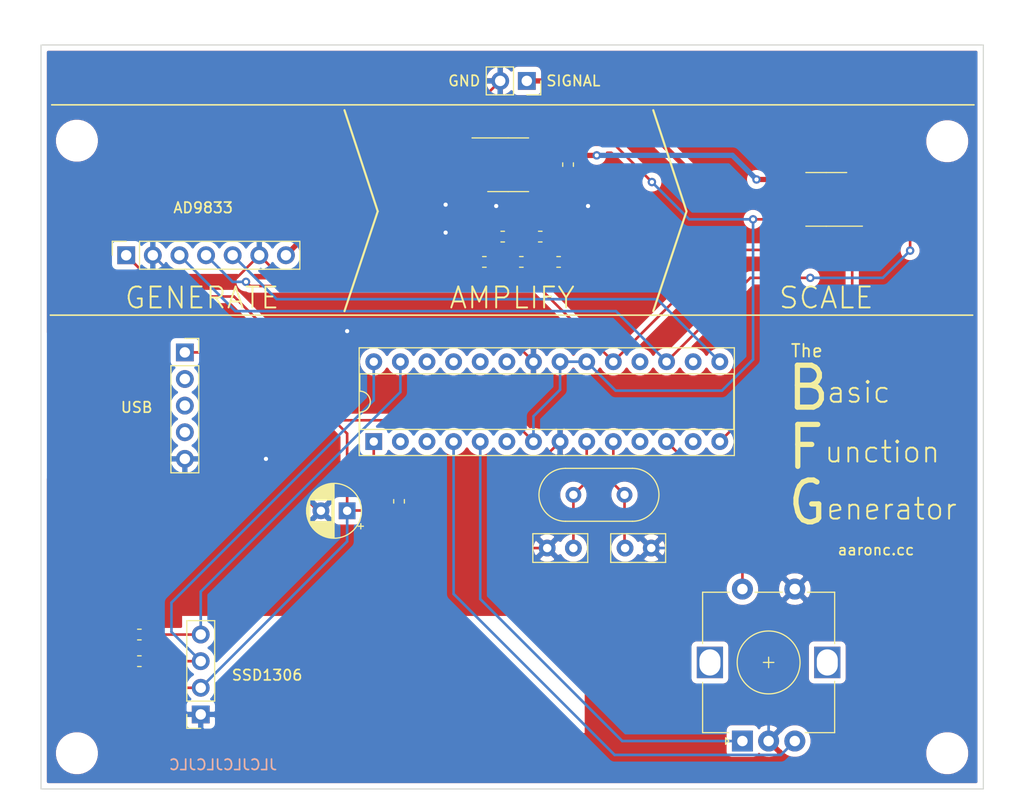
<source format=kicad_pcb>
(kicad_pcb (version 20171130) (host pcbnew 5.1.6)
  (layers (0 F.Cu signal) (31 B.Cu signal) (34 B.Paste user) (35 F.Paste user) (36 B.SilkS user) (37 F.SilkS user) (38 B.Mask user) (39 F.Mask user) (44 Edge.Cuts user))
  (net 0 "")
  (net 1 GND)
  (net 2 VCC)
  (net 3 XTAL1)
  (net 4 XTAL2)
  (net 5 "Net-(J1-Pad4)")
  (net 6 "Net-(J1-Pad3)")
  (net 7 "Net-(J1-Pad2)")
  (net 8 SIG)
  (net 9 SDA)
  (net 10 SCL)
  (net 11 "Net-(R3-Pad2)")
  (net 12 ROTCLK)
  (net 13 ROTDT)
  (net 14 ROTSW)
  (net 15 "Net-(R7-Pad2)")
  (net 16 "Net-(R12-Pad2)")
  (net 17 "Net-(R8-Pad2)")
  (net 18 "Net-(R10-Pad1)")
  (net 19 "Net-(R10-Pad2)")
  (net 20 5VSIG)
  (net 21 POTCS)
  (net 22 "Net-(U1-Pad13)")
  (net 23 "Net-(U1-Pad26)")
  (net 24 "Net-(U1-Pad25)")
  (net 25 "Net-(U1-Pad24)")
  (net 26 "Net-(U1-Pad23)")
  (net 27 SCK)
  (net 28 "Net-(U1-Pad18)")
  (net 29 MOSI)
  (net 30 "Net-(U1-Pad3)")
  (net 31 "Net-(U1-Pad16)")
  (net 32 "Net-(U1-Pad2)")
  (net 33 FGCS)
  (net 34 WEAKSIG)
  (net 35 "Net-(U5-Pad3)")
  (net 36 "Net-(U5-Pad2)")
  (net 37 "Net-(U5-Pad1)")
  (net 38 "Net-(U1-Pad11)")
  (net 39 "Net-(U1-Pad6)")
  (module MountingHole:MountingHole_3mm (layer F.Cu) (at 199.25 78.4)
    (fp_text reference REF** hide)
    (fp_text value MountingHole_3mm)
    (pad 1 np_thru_hole circle (at 0 0) (size 3 3) (drill 3) (layers *.Cu *.Mask))
  )
  (module MountingHole:MountingHole_3mm (layer F.Cu) (at 116.2 78.35)
    (fp_text reference REF** hide)
    (fp_text value MountingHole_3mm)
    (pad 1 np_thru_hole circle (at 0 0) (size 3 3) (drill 3) (layers *.Cu *.Mask))
  )
  (module MountingHole:MountingHole_3mm (layer F.Cu) (at 116.2 136.8)
    (fp_text reference REF** hide)
    (fp_text value MountingHole_3mm)
    (pad 1 np_thru_hole circle (at 0 0) (size 3 3) (drill 3) (layers *.Cu *.Mask))
  )
  (module MountingHole:MountingHole_3mm (layer F.Cu) (at 199.25 136.8)
    (fp_text reference REF** hide)
    (fp_text value MountingHole_3mm)
    (pad 1 np_thru_hole circle (at 0 0) (size 3 3) (drill 3) (layers *.Cu *.Mask))
  )
  (module Rotary_Encoder:RotaryEncoder_Alps_EC12E-Switch_Vertical_H20mm (layer F.Cu) (at 179.705 135.636 90)
    (fp_text reference SW1 hide)
    (fp_text value Rotary_Encoder_Switch)
    (fp_circle (center 7.5 2.5) (end 10.5 2.5) (layer F.SilkS) (width 0.12))
    (fp_line (start 9.3 -3.8) (end 14.2 -3.8) (layer F.SilkS) (width 0.12))
    (fp_line (start 14.2 8.8) (end 9.3 8.8) (layer F.SilkS) (width 0.12))
    (fp_line (start 5.7 8.8) (end 0.8 8.8) (layer F.SilkS) (width 0.12))
    (fp_line (start 0.8 8.8) (end 0.8 6) (layer F.SilkS) (width 0.12))
    (fp_line (start 5.6 -3.8) (end 0.8 -3.8) (layer F.SilkS) (width 0.12))
    (fp_line (start 0.8 -3.8) (end 0.8 -1.3) (layer F.SilkS) (width 0.12))
    (fp_line (start 0 -1.3) (end -0.3 -1.6) (layer F.SilkS) (width 0.12))
    (fp_line (start -0.3 -1.6) (end 0.3 -1.6) (layer F.SilkS) (width 0.12))
    (fp_line (start 0.3 -1.6) (end 0 -1.3) (layer F.SilkS) (width 0.12))
    (fp_line (start 14.2 -3.8) (end 14.2 -1.2) (layer F.SilkS) (width 0.12))
    (fp_line (start 14.2 1.2) (end 14.2 3.8) (layer F.SilkS) (width 0.12))
    (fp_line (start 14.2 6.2) (end 14.2 8.8) (layer F.SilkS) (width 0.12))
    (fp_line (start 7.5 2) (end 7.5 3) (layer F.SilkS) (width 0.12))
    (fp_line (start 7 2.5) (end 8 2.5) (layer F.SilkS) (width 0.12))
    (pad A thru_hole rect (at 0 0 90) (size 2 2) (drill 1) (layers *.Cu *.Mask) (net 12 ROTCLK))
    (pad C thru_hole circle (at 0 2.5 90) (size 2 2) (drill 1) (layers *.Cu *.Mask) (net 1 GND))
    (pad B thru_hole circle (at 0 5 90) (size 2 2) (drill 1) (layers *.Cu *.Mask) (net 13 ROTDT))
    (pad MP thru_hole rect (at 7.5 -3.1 90) (size 3 2.5) (drill oval 2.5 2) (layers *.Cu *.Mask))
    (pad MP thru_hole rect (at 7.5 8.1 90) (size 3 2.5) (drill oval 2.5 2) (layers *.Cu *.Mask))
    (pad S1 thru_hole circle (at 14.5 0 90) (size 2 2) (drill 1) (layers *.Cu *.Mask) (net 14 ROTSW))
    (pad S2 thru_hole circle (at 14.5 5 90) (size 2 2) (drill 1) (layers *.Cu *.Mask) (net 1 GND))
  )
  (module Package_SO:SOIC-8_3.9x4.9mm_P1.27mm (layer F.Cu) (at 187.706 83.947 180)
    (fp_text reference U3 hide)
    (fp_text value MCP4131)
    (fp_line (start 0 -2.56) (end -3.45 -2.56) (layer F.SilkS) (width 0.12))
    (fp_line (start 0 -2.56) (end 1.95 -2.56) (layer F.SilkS) (width 0.12))
    (fp_line (start 0 2.56) (end -1.95 2.56) (layer F.SilkS) (width 0.12))
    (fp_line (start 0 2.56) (end 1.95 2.56) (layer F.SilkS) (width 0.12))
    (pad 8 smd roundrect (at 2.475 -1.905 180) (size 1.95 0.6) (layers F.Cu F.Paste F.Mask) (net 2 VCC))
    (pad 7 smd roundrect (at 2.475 -0.635 180) (size 1.95 0.6) (layers F.Cu F.Paste F.Mask) (net 1 GND))
    (pad 6 smd roundrect (at 2.475 0.635 180) (size 1.95 0.6) (layers F.Cu F.Paste F.Mask) (net 8 SIG))
    (pad 5 smd roundrect (at 2.475 1.905 180) (size 1.95 0.6) (layers F.Cu F.Paste F.Mask) (net 20 5VSIG))
    (pad 4 smd roundrect (at -2.475 1.905 180) (size 1.95 0.6) (layers F.Cu F.Paste F.Mask) (net 1 GND))
    (pad 3 smd roundrect (at -2.475 0.635 180) (size 1.95 0.6) (layers F.Cu F.Paste F.Mask) (net 29 MOSI))
    (pad 2 smd roundrect (at -2.475 -0.635 180) (size 1.95 0.6) (layers F.Cu F.Paste F.Mask) (net 27 SCK))
    (pad 1 smd roundrect (at -2.475 -1.905 180) (size 1.95 0.6) (layers F.Cu F.Paste F.Mask) (net 21 POTCS))
  )
  (module Capacitor_THT:CP_Radial_D5.0mm_P2.50mm (layer F.Cu) (at 141.986 113.665 180)
    (fp_text reference C1 hide)
    (fp_text value 10uF)
    (fp_line (start -1.304775 -1.725) (end -1.304775 -1.225) (layer F.SilkS) (width 0.12))
    (fp_line (start -1.554775 -1.475) (end -1.054775 -1.475) (layer F.SilkS) (width 0.12))
    (fp_line (start 3.851 -0.284) (end 3.851 0.284) (layer F.SilkS) (width 0.12))
    (fp_line (start 3.811 -0.518) (end 3.811 0.518) (layer F.SilkS) (width 0.12))
    (fp_line (start 3.771 -0.677) (end 3.771 0.677) (layer F.SilkS) (width 0.12))
    (fp_line (start 3.731 -0.805) (end 3.731 0.805) (layer F.SilkS) (width 0.12))
    (fp_line (start 3.691 -0.915) (end 3.691 0.915) (layer F.SilkS) (width 0.12))
    (fp_line (start 3.651 -1.011) (end 3.651 1.011) (layer F.SilkS) (width 0.12))
    (fp_line (start 3.611 -1.098) (end 3.611 1.098) (layer F.SilkS) (width 0.12))
    (fp_line (start 3.571 -1.178) (end 3.571 1.178) (layer F.SilkS) (width 0.12))
    (fp_line (start 3.531 1.04) (end 3.531 1.251) (layer F.SilkS) (width 0.12))
    (fp_line (start 3.531 -1.251) (end 3.531 -1.04) (layer F.SilkS) (width 0.12))
    (fp_line (start 3.491 1.04) (end 3.491 1.319) (layer F.SilkS) (width 0.12))
    (fp_line (start 3.491 -1.319) (end 3.491 -1.04) (layer F.SilkS) (width 0.12))
    (fp_line (start 3.451 1.04) (end 3.451 1.383) (layer F.SilkS) (width 0.12))
    (fp_line (start 3.451 -1.383) (end 3.451 -1.04) (layer F.SilkS) (width 0.12))
    (fp_line (start 3.411 1.04) (end 3.411 1.443) (layer F.SilkS) (width 0.12))
    (fp_line (start 3.411 -1.443) (end 3.411 -1.04) (layer F.SilkS) (width 0.12))
    (fp_line (start 3.371 1.04) (end 3.371 1.5) (layer F.SilkS) (width 0.12))
    (fp_line (start 3.371 -1.5) (end 3.371 -1.04) (layer F.SilkS) (width 0.12))
    (fp_line (start 3.331 1.04) (end 3.331 1.554) (layer F.SilkS) (width 0.12))
    (fp_line (start 3.331 -1.554) (end 3.331 -1.04) (layer F.SilkS) (width 0.12))
    (fp_line (start 3.291 1.04) (end 3.291 1.605) (layer F.SilkS) (width 0.12))
    (fp_line (start 3.291 -1.605) (end 3.291 -1.04) (layer F.SilkS) (width 0.12))
    (fp_line (start 3.251 1.04) (end 3.251 1.653) (layer F.SilkS) (width 0.12))
    (fp_line (start 3.251 -1.653) (end 3.251 -1.04) (layer F.SilkS) (width 0.12))
    (fp_line (start 3.211 1.04) (end 3.211 1.699) (layer F.SilkS) (width 0.12))
    (fp_line (start 3.211 -1.699) (end 3.211 -1.04) (layer F.SilkS) (width 0.12))
    (fp_line (start 3.171 1.04) (end 3.171 1.743) (layer F.SilkS) (width 0.12))
    (fp_line (start 3.171 -1.743) (end 3.171 -1.04) (layer F.SilkS) (width 0.12))
    (fp_line (start 3.131 1.04) (end 3.131 1.785) (layer F.SilkS) (width 0.12))
    (fp_line (start 3.131 -1.785) (end 3.131 -1.04) (layer F.SilkS) (width 0.12))
    (fp_line (start 3.091 1.04) (end 3.091 1.826) (layer F.SilkS) (width 0.12))
    (fp_line (start 3.091 -1.826) (end 3.091 -1.04) (layer F.SilkS) (width 0.12))
    (fp_line (start 3.051 1.04) (end 3.051 1.864) (layer F.SilkS) (width 0.12))
    (fp_line (start 3.051 -1.864) (end 3.051 -1.04) (layer F.SilkS) (width 0.12))
    (fp_line (start 3.011 1.04) (end 3.011 1.901) (layer F.SilkS) (width 0.12))
    (fp_line (start 3.011 -1.901) (end 3.011 -1.04) (layer F.SilkS) (width 0.12))
    (fp_line (start 2.971 1.04) (end 2.971 1.937) (layer F.SilkS) (width 0.12))
    (fp_line (start 2.971 -1.937) (end 2.971 -1.04) (layer F.SilkS) (width 0.12))
    (fp_line (start 2.931 1.04) (end 2.931 1.971) (layer F.SilkS) (width 0.12))
    (fp_line (start 2.931 -1.971) (end 2.931 -1.04) (layer F.SilkS) (width 0.12))
    (fp_line (start 2.891 1.04) (end 2.891 2.004) (layer F.SilkS) (width 0.12))
    (fp_line (start 2.891 -2.004) (end 2.891 -1.04) (layer F.SilkS) (width 0.12))
    (fp_line (start 2.851 1.04) (end 2.851 2.035) (layer F.SilkS) (width 0.12))
    (fp_line (start 2.851 -2.035) (end 2.851 -1.04) (layer F.SilkS) (width 0.12))
    (fp_line (start 2.811 1.04) (end 2.811 2.065) (layer F.SilkS) (width 0.12))
    (fp_line (start 2.811 -2.065) (end 2.811 -1.04) (layer F.SilkS) (width 0.12))
    (fp_line (start 2.771 1.04) (end 2.771 2.095) (layer F.SilkS) (width 0.12))
    (fp_line (start 2.771 -2.095) (end 2.771 -1.04) (layer F.SilkS) (width 0.12))
    (fp_line (start 2.731 1.04) (end 2.731 2.122) (layer F.SilkS) (width 0.12))
    (fp_line (start 2.731 -2.122) (end 2.731 -1.04) (layer F.SilkS) (width 0.12))
    (fp_line (start 2.691 1.04) (end 2.691 2.149) (layer F.SilkS) (width 0.12))
    (fp_line (start 2.691 -2.149) (end 2.691 -1.04) (layer F.SilkS) (width 0.12))
    (fp_line (start 2.651 1.04) (end 2.651 2.175) (layer F.SilkS) (width 0.12))
    (fp_line (start 2.651 -2.175) (end 2.651 -1.04) (layer F.SilkS) (width 0.12))
    (fp_line (start 2.611 1.04) (end 2.611 2.2) (layer F.SilkS) (width 0.12))
    (fp_line (start 2.611 -2.2) (end 2.611 -1.04) (layer F.SilkS) (width 0.12))
    (fp_line (start 2.571 1.04) (end 2.571 2.224) (layer F.SilkS) (width 0.12))
    (fp_line (start 2.571 -2.224) (end 2.571 -1.04) (layer F.SilkS) (width 0.12))
    (fp_line (start 2.531 1.04) (end 2.531 2.247) (layer F.SilkS) (width 0.12))
    (fp_line (start 2.531 -2.247) (end 2.531 -1.04) (layer F.SilkS) (width 0.12))
    (fp_line (start 2.491 1.04) (end 2.491 2.268) (layer F.SilkS) (width 0.12))
    (fp_line (start 2.491 -2.268) (end 2.491 -1.04) (layer F.SilkS) (width 0.12))
    (fp_line (start 2.451 1.04) (end 2.451 2.29) (layer F.SilkS) (width 0.12))
    (fp_line (start 2.451 -2.29) (end 2.451 -1.04) (layer F.SilkS) (width 0.12))
    (fp_line (start 2.411 1.04) (end 2.411 2.31) (layer F.SilkS) (width 0.12))
    (fp_line (start 2.411 -2.31) (end 2.411 -1.04) (layer F.SilkS) (width 0.12))
    (fp_line (start 2.371 1.04) (end 2.371 2.329) (layer F.SilkS) (width 0.12))
    (fp_line (start 2.371 -2.329) (end 2.371 -1.04) (layer F.SilkS) (width 0.12))
    (fp_line (start 2.331 1.04) (end 2.331 2.348) (layer F.SilkS) (width 0.12))
    (fp_line (start 2.331 -2.348) (end 2.331 -1.04) (layer F.SilkS) (width 0.12))
    (fp_line (start 2.291 1.04) (end 2.291 2.365) (layer F.SilkS) (width 0.12))
    (fp_line (start 2.291 -2.365) (end 2.291 -1.04) (layer F.SilkS) (width 0.12))
    (fp_line (start 2.251 1.04) (end 2.251 2.382) (layer F.SilkS) (width 0.12))
    (fp_line (start 2.251 -2.382) (end 2.251 -1.04) (layer F.SilkS) (width 0.12))
    (fp_line (start 2.211 1.04) (end 2.211 2.398) (layer F.SilkS) (width 0.12))
    (fp_line (start 2.211 -2.398) (end 2.211 -1.04) (layer F.SilkS) (width 0.12))
    (fp_line (start 2.171 1.04) (end 2.171 2.414) (layer F.SilkS) (width 0.12))
    (fp_line (start 2.171 -2.414) (end 2.171 -1.04) (layer F.SilkS) (width 0.12))
    (fp_line (start 2.131 1.04) (end 2.131 2.428) (layer F.SilkS) (width 0.12))
    (fp_line (start 2.131 -2.428) (end 2.131 -1.04) (layer F.SilkS) (width 0.12))
    (fp_line (start 2.091 1.04) (end 2.091 2.442) (layer F.SilkS) (width 0.12))
    (fp_line (start 2.091 -2.442) (end 2.091 -1.04) (layer F.SilkS) (width 0.12))
    (fp_line (start 2.051 1.04) (end 2.051 2.455) (layer F.SilkS) (width 0.12))
    (fp_line (start 2.051 -2.455) (end 2.051 -1.04) (layer F.SilkS) (width 0.12))
    (fp_line (start 2.011 1.04) (end 2.011 2.468) (layer F.SilkS) (width 0.12))
    (fp_line (start 2.011 -2.468) (end 2.011 -1.04) (layer F.SilkS) (width 0.12))
    (fp_line (start 1.971 1.04) (end 1.971 2.48) (layer F.SilkS) (width 0.12))
    (fp_line (start 1.971 -2.48) (end 1.971 -1.04) (layer F.SilkS) (width 0.12))
    (fp_line (start 1.93 1.04) (end 1.93 2.491) (layer F.SilkS) (width 0.12))
    (fp_line (start 1.93 -2.491) (end 1.93 -1.04) (layer F.SilkS) (width 0.12))
    (fp_line (start 1.89 1.04) (end 1.89 2.501) (layer F.SilkS) (width 0.12))
    (fp_line (start 1.89 -2.501) (end 1.89 -1.04) (layer F.SilkS) (width 0.12))
    (fp_line (start 1.85 1.04) (end 1.85 2.511) (layer F.SilkS) (width 0.12))
    (fp_line (start 1.85 -2.511) (end 1.85 -1.04) (layer F.SilkS) (width 0.12))
    (fp_line (start 1.81 1.04) (end 1.81 2.52) (layer F.SilkS) (width 0.12))
    (fp_line (start 1.81 -2.52) (end 1.81 -1.04) (layer F.SilkS) (width 0.12))
    (fp_line (start 1.77 1.04) (end 1.77 2.528) (layer F.SilkS) (width 0.12))
    (fp_line (start 1.77 -2.528) (end 1.77 -1.04) (layer F.SilkS) (width 0.12))
    (fp_line (start 1.73 1.04) (end 1.73 2.536) (layer F.SilkS) (width 0.12))
    (fp_line (start 1.73 -2.536) (end 1.73 -1.04) (layer F.SilkS) (width 0.12))
    (fp_line (start 1.69 1.04) (end 1.69 2.543) (layer F.SilkS) (width 0.12))
    (fp_line (start 1.69 -2.543) (end 1.69 -1.04) (layer F.SilkS) (width 0.12))
    (fp_line (start 1.65 1.04) (end 1.65 2.55) (layer F.SilkS) (width 0.12))
    (fp_line (start 1.65 -2.55) (end 1.65 -1.04) (layer F.SilkS) (width 0.12))
    (fp_line (start 1.61 1.04) (end 1.61 2.556) (layer F.SilkS) (width 0.12))
    (fp_line (start 1.61 -2.556) (end 1.61 -1.04) (layer F.SilkS) (width 0.12))
    (fp_line (start 1.57 1.04) (end 1.57 2.561) (layer F.SilkS) (width 0.12))
    (fp_line (start 1.57 -2.561) (end 1.57 -1.04) (layer F.SilkS) (width 0.12))
    (fp_line (start 1.53 1.04) (end 1.53 2.565) (layer F.SilkS) (width 0.12))
    (fp_line (start 1.53 -2.565) (end 1.53 -1.04) (layer F.SilkS) (width 0.12))
    (fp_line (start 1.49 1.04) (end 1.49 2.569) (layer F.SilkS) (width 0.12))
    (fp_line (start 1.49 -2.569) (end 1.49 -1.04) (layer F.SilkS) (width 0.12))
    (fp_line (start 1.45 -2.573) (end 1.45 2.573) (layer F.SilkS) (width 0.12))
    (fp_line (start 1.41 -2.576) (end 1.41 2.576) (layer F.SilkS) (width 0.12))
    (fp_line (start 1.37 -2.578) (end 1.37 2.578) (layer F.SilkS) (width 0.12))
    (fp_line (start 1.33 -2.579) (end 1.33 2.579) (layer F.SilkS) (width 0.12))
    (fp_line (start 1.29 -2.58) (end 1.29 2.58) (layer F.SilkS) (width 0.12))
    (fp_line (start 1.25 -2.58) (end 1.25 2.58) (layer F.SilkS) (width 0.12))
    (fp_circle (center 1.25 0) (end 3.87 0) (layer F.SilkS) (width 0.12))
    (pad 2 thru_hole circle (at 2.5 0 180) (size 1.6 1.6) (drill 0.8) (layers *.Cu *.Mask) (net 1 GND))
    (pad 1 thru_hole rect (at 0 0 180) (size 1.6 1.6) (drill 0.8) (layers *.Cu *.Mask) (net 2 VCC))
  )
  (module Crystal:Crystal_HC49-4H_Vertical (layer F.Cu) (at 163.576 112.141)
    (fp_text reference Y1 hide)
    (fp_text value 16MHz)
    (fp_line (start -0.76 2.525) (end 5.64 2.525) (layer F.SilkS) (width 0.12))
    (fp_line (start -0.76 -2.525) (end 5.64 -2.525) (layer F.SilkS) (width 0.12))
    (fp_arc (start 5.64 0) (end 5.64 -2.525) (angle 180) (layer F.SilkS) (width 0.12))
    (fp_arc (start -0.76 0) (end -0.76 -2.525) (angle -180) (layer F.SilkS) (width 0.12))
    (pad 2 thru_hole circle (at 4.88 0) (size 1.5 1.5) (drill 0.8) (layers *.Cu *.Mask) (net 4 XTAL2))
    (pad 1 thru_hole circle (at 0 0) (size 1.5 1.5) (drill 0.8) (layers *.Cu *.Mask) (net 3 XTAL1))
  )
  (module Package_SO:SOIC-8_3.9x4.9mm_P1.27mm (layer F.Cu) (at 157.353 80.645)
    (fp_text reference U5 hide)
    (fp_text value AD8052)
    (fp_line (start 0 -2.56) (end -3.45 -2.56) (layer F.SilkS) (width 0.12))
    (fp_line (start 0 -2.56) (end 1.95 -2.56) (layer F.SilkS) (width 0.12))
    (fp_line (start 0 2.56) (end -1.95 2.56) (layer F.SilkS) (width 0.12))
    (fp_line (start 0 2.56) (end 1.95 2.56) (layer F.SilkS) (width 0.12))
    (pad 8 smd roundrect (at 2.475 -1.905) (size 1.95 0.6) (layers F.Cu F.Paste F.Mask) (net 2 VCC))
    (pad 7 smd roundrect (at 2.475 -0.635) (size 1.95 0.6) (layers F.Cu F.Paste F.Mask) (net 20 5VSIG))
    (pad 6 smd roundrect (at 2.475 0.635) (size 1.95 0.6) (layers F.Cu F.Paste F.Mask) (net 16 "Net-(R12-Pad2)"))
    (pad 5 smd roundrect (at 2.475 1.905) (size 1.95 0.6) (layers F.Cu F.Paste F.Mask) (net 34 WEAKSIG))
    (pad 4 smd roundrect (at -2.475 1.905) (size 1.95 0.6) (layers F.Cu F.Paste F.Mask) (net 1 GND))
    (pad 3 smd roundrect (at -2.475 0.635) (size 1.95 0.6) (layers F.Cu F.Paste F.Mask) (net 35 "Net-(U5-Pad3)"))
    (pad 2 smd roundrect (at -2.475 -0.635) (size 1.95 0.6) (layers F.Cu F.Paste F.Mask) (net 36 "Net-(U5-Pad2)"))
    (pad 1 smd roundrect (at -2.475 -1.905) (size 1.95 0.6) (layers F.Cu F.Paste F.Mask) (net 37 "Net-(U5-Pad1)"))
  )
  (module Connector_PinSocket_2.54mm:PinSocket_1x07_P2.54mm_Vertical (layer F.Cu) (at 120.904 89.281 90)
    (fp_text reference U4 hide)
    (fp_text value AD9833_Breakout)
    (fp_line (start 0 -1.33) (end 1.33 -1.33) (layer F.SilkS) (width 0.12))
    (fp_line (start 1.33 -1.33) (end 1.33 0) (layer F.SilkS) (width 0.12))
    (fp_line (start 1.33 1.27) (end 1.33 16.57) (layer F.SilkS) (width 0.12))
    (fp_line (start -1.33 16.57) (end 1.33 16.57) (layer F.SilkS) (width 0.12))
    (fp_line (start -1.33 1.27) (end -1.33 16.57) (layer F.SilkS) (width 0.12))
    (fp_line (start -1.33 1.27) (end 1.33 1.27) (layer F.SilkS) (width 0.12))
    (pad 7 thru_hole oval (at 0 15.24 90) (size 1.7 1.7) (drill 1) (layers *.Cu *.Mask) (net 34 WEAKSIG))
    (pad 6 thru_hole oval (at 0 12.7 90) (size 1.7 1.7) (drill 1) (layers *.Cu *.Mask) (net 1 GND))
    (pad 5 thru_hole oval (at 0 10.16 90) (size 1.7 1.7) (drill 1) (layers *.Cu *.Mask) (net 33 FGCS))
    (pad 4 thru_hole oval (at 0 7.62 90) (size 1.7 1.7) (drill 1) (layers *.Cu *.Mask) (net 27 SCK))
    (pad 3 thru_hole oval (at 0 5.08 90) (size 1.7 1.7) (drill 1) (layers *.Cu *.Mask) (net 29 MOSI))
    (pad 2 thru_hole oval (at 0 2.54 90) (size 1.7 1.7) (drill 1) (layers *.Cu *.Mask) (net 1 GND))
    (pad 1 thru_hole rect (at 0 0 90) (size 1.7 1.7) (drill 1) (layers *.Cu *.Mask) (net 2 VCC))
  )
  (module Connector_PinSocket_2.54mm:PinSocket_1x04_P2.54mm_Vertical (layer F.Cu) (at 128.016 133.096 180)
    (fp_text reference U2 hide)
    (fp_text value SSD1306_128x32)
    (fp_line (start 0 -1.33) (end 1.33 -1.33) (layer F.SilkS) (width 0.12))
    (fp_line (start 1.33 -1.33) (end 1.33 0) (layer F.SilkS) (width 0.12))
    (fp_line (start 1.33 1.27) (end 1.33 8.95) (layer F.SilkS) (width 0.12))
    (fp_line (start -1.33 8.95) (end 1.33 8.95) (layer F.SilkS) (width 0.12))
    (fp_line (start -1.33 1.27) (end -1.33 8.95) (layer F.SilkS) (width 0.12))
    (fp_line (start -1.33 1.27) (end 1.33 1.27) (layer F.SilkS) (width 0.12))
    (pad 4 thru_hole oval (at 0 7.62 180) (size 1.7 1.7) (drill 1) (layers *.Cu *.Mask) (net 9 SDA))
    (pad 3 thru_hole oval (at 0 5.08 180) (size 1.7 1.7) (drill 1) (layers *.Cu *.Mask) (net 10 SCL))
    (pad 2 thru_hole oval (at 0 2.54 180) (size 1.7 1.7) (drill 1) (layers *.Cu *.Mask) (net 2 VCC))
    (pad 1 thru_hole rect (at 0 0 180) (size 1.7 1.7) (drill 1) (layers *.Cu *.Mask) (net 1 GND))
  )
  (module Package_DIP:DIP-28_W7.62mm_Socket (layer F.Cu) (at 144.526 107.061 90)
    (fp_text reference U1 hide)
    (fp_text value ATmega328P-PU)
    (fp_line (start 8.95 -1.39) (end -1.33 -1.39) (layer F.SilkS) (width 0.12))
    (fp_line (start 8.95 34.41) (end 8.95 -1.39) (layer F.SilkS) (width 0.12))
    (fp_line (start -1.33 34.41) (end 8.95 34.41) (layer F.SilkS) (width 0.12))
    (fp_line (start -1.33 -1.39) (end -1.33 34.41) (layer F.SilkS) (width 0.12))
    (fp_line (start 6.46 -1.33) (end 4.81 -1.33) (layer F.SilkS) (width 0.12))
    (fp_line (start 6.46 34.35) (end 6.46 -1.33) (layer F.SilkS) (width 0.12))
    (fp_line (start 1.16 34.35) (end 6.46 34.35) (layer F.SilkS) (width 0.12))
    (fp_line (start 1.16 -1.33) (end 1.16 34.35) (layer F.SilkS) (width 0.12))
    (fp_line (start 2.81 -1.33) (end 1.16 -1.33) (layer F.SilkS) (width 0.12))
    (fp_arc (start 3.81 -1.33) (end 2.81 -1.33) (angle -180) (layer F.SilkS) (width 0.12))
    (pad 28 thru_hole oval (at 7.62 0 90) (size 1.6 1.6) (drill 0.8) (layers *.Cu *.Mask) (net 10 SCL))
    (pad 14 thru_hole oval (at 0 33.02 90) (size 1.6 1.6) (drill 0.8) (layers *.Cu *.Mask) (net 21 POTCS))
    (pad 27 thru_hole oval (at 7.62 2.54 90) (size 1.6 1.6) (drill 0.8) (layers *.Cu *.Mask) (net 9 SDA))
    (pad 13 thru_hole oval (at 0 30.48 90) (size 1.6 1.6) (drill 0.8) (layers *.Cu *.Mask) (net 22 "Net-(U1-Pad13)"))
    (pad 26 thru_hole oval (at 7.62 5.08 90) (size 1.6 1.6) (drill 0.8) (layers *.Cu *.Mask) (net 23 "Net-(U1-Pad26)"))
    (pad 12 thru_hole oval (at 0 27.94 90) (size 1.6 1.6) (drill 0.8) (layers *.Cu *.Mask) (net 14 ROTSW))
    (pad 25 thru_hole oval (at 7.62 7.62 90) (size 1.6 1.6) (drill 0.8) (layers *.Cu *.Mask) (net 24 "Net-(U1-Pad25)"))
    (pad 11 thru_hole oval (at 0 25.4 90) (size 1.6 1.6) (drill 0.8) (layers *.Cu *.Mask) (net 38 "Net-(U1-Pad11)"))
    (pad 24 thru_hole oval (at 7.62 10.16 90) (size 1.6 1.6) (drill 0.8) (layers *.Cu *.Mask) (net 25 "Net-(U1-Pad24)"))
    (pad 10 thru_hole oval (at 0 22.86 90) (size 1.6 1.6) (drill 0.8) (layers *.Cu *.Mask) (net 4 XTAL2))
    (pad 23 thru_hole oval (at 7.62 12.7 90) (size 1.6 1.6) (drill 0.8) (layers *.Cu *.Mask) (net 26 "Net-(U1-Pad23)"))
    (pad 9 thru_hole oval (at 0 20.32 90) (size 1.6 1.6) (drill 0.8) (layers *.Cu *.Mask) (net 3 XTAL1))
    (pad 22 thru_hole oval (at 7.62 15.24 90) (size 1.6 1.6) (drill 0.8) (layers *.Cu *.Mask) (net 1 GND))
    (pad 8 thru_hole oval (at 0 17.78 90) (size 1.6 1.6) (drill 0.8) (layers *.Cu *.Mask) (net 1 GND))
    (pad 21 thru_hole oval (at 7.62 17.78 90) (size 1.6 1.6) (drill 0.8) (layers *.Cu *.Mask) (net 2 VCC))
    (pad 7 thru_hole oval (at 0 15.24 90) (size 1.6 1.6) (drill 0.8) (layers *.Cu *.Mask) (net 2 VCC))
    (pad 20 thru_hole oval (at 7.62 20.32 90) (size 1.6 1.6) (drill 0.8) (layers *.Cu *.Mask) (net 2 VCC))
    (pad 6 thru_hole oval (at 0 12.7 90) (size 1.6 1.6) (drill 0.8) (layers *.Cu *.Mask) (net 39 "Net-(U1-Pad6)"))
    (pad 19 thru_hole oval (at 7.62 22.86 90) (size 1.6 1.6) (drill 0.8) (layers *.Cu *.Mask) (net 27 SCK))
    (pad 5 thru_hole oval (at 0 10.16 90) (size 1.6 1.6) (drill 0.8) (layers *.Cu *.Mask) (net 12 ROTCLK))
    (pad 18 thru_hole oval (at 7.62 25.4 90) (size 1.6 1.6) (drill 0.8) (layers *.Cu *.Mask) (net 28 "Net-(U1-Pad18)"))
    (pad 4 thru_hole oval (at 0 7.62 90) (size 1.6 1.6) (drill 0.8) (layers *.Cu *.Mask) (net 13 ROTDT))
    (pad 17 thru_hole oval (at 7.62 27.94 90) (size 1.6 1.6) (drill 0.8) (layers *.Cu *.Mask) (net 29 MOSI))
    (pad 3 thru_hole oval (at 0 5.08 90) (size 1.6 1.6) (drill 0.8) (layers *.Cu *.Mask) (net 30 "Net-(U1-Pad3)"))
    (pad 16 thru_hole oval (at 7.62 30.48 90) (size 1.6 1.6) (drill 0.8) (layers *.Cu *.Mask) (net 31 "Net-(U1-Pad16)"))
    (pad 2 thru_hole oval (at 0 2.54 90) (size 1.6 1.6) (drill 0.8) (layers *.Cu *.Mask) (net 32 "Net-(U1-Pad2)"))
    (pad 15 thru_hole oval (at 7.62 33.02 90) (size 1.6 1.6) (drill 0.8) (layers *.Cu *.Mask) (net 33 FGCS))
    (pad 1 thru_hole rect (at 0 0 90) (size 1.6 1.6) (drill 0.8) (layers *.Cu *.Mask) (net 11 "Net-(R3-Pad2)"))
  )
  (module Resistor_SMD:R_0603_1608Metric_Pad1.05x0.95mm_HandSolder (layer F.Cu) (at 163.068 80.631 270)
    (fp_text reference R12 hide)
    (fp_text value 4.7k)
    (fp_line (start -0.171267 0.51) (end 0.171267 0.51) (layer F.SilkS) (width 0.12))
    (fp_line (start -0.171267 -0.51) (end 0.171267 -0.51) (layer F.SilkS) (width 0.12))
    (pad 2 smd roundrect (at 0.875 0 270) (size 1.05 0.95) (layers F.Cu F.Paste F.Mask) (net 16 "Net-(R12-Pad2)"))
    (pad 1 smd roundrect (at -0.875 0 270) (size 1.05 0.95) (layers F.Cu F.Paste F.Mask) (net 20 5VSIG))
  )
  (module Resistor_SMD:R_0603_1608Metric_Pad1.05x0.95mm_HandSolder (layer F.Cu) (at 155.081 89.916 180)
    (fp_text reference R11 hide)
    (fp_text value 4.7)
    (fp_line (start -0.171267 0.51) (end 0.171267 0.51) (layer F.SilkS) (width 0.12))
    (fp_line (start -0.171267 -0.51) (end 0.171267 -0.51) (layer F.SilkS) (width 0.12))
    (pad 2 smd roundrect (at 0.875 0 180) (size 1.05 0.95) (layers F.Cu F.Paste F.Mask) (net 1 GND))
    (pad 1 smd roundrect (at -0.875 0 180) (size 1.05 0.95) (layers F.Cu F.Paste F.Mask) (net 19 "Net-(R10-Pad2)"))
  )
  (module Resistor_SMD:R_0603_1608Metric_Pad1.05x0.95mm_HandSolder (layer F.Cu) (at 156.831 87.503 180)
    (fp_text reference R10 hide)
    (fp_text value 4.7)
    (fp_line (start -0.171267 0.51) (end 0.171267 0.51) (layer F.SilkS) (width 0.12))
    (fp_line (start -0.171267 -0.51) (end 0.171267 -0.51) (layer F.SilkS) (width 0.12))
    (pad 2 smd roundrect (at 0.875 0 180) (size 1.05 0.95) (layers F.Cu F.Paste F.Mask) (net 19 "Net-(R10-Pad2)"))
    (pad 1 smd roundrect (at -0.875 0 180) (size 1.05 0.95) (layers F.Cu F.Paste F.Mask) (net 18 "Net-(R10-Pad1)"))
  )
  (module Resistor_SMD:R_0603_1608Metric_Pad1.05x0.95mm_HandSolder (layer F.Cu) (at 158.609 89.916 180)
    (fp_text reference R9 hide)
    (fp_text value 4.7)
    (fp_line (start -0.171267 0.51) (end 0.171267 0.51) (layer F.SilkS) (width 0.12))
    (fp_line (start -0.171267 -0.51) (end 0.171267 -0.51) (layer F.SilkS) (width 0.12))
    (pad 2 smd roundrect (at 0.875 0 180) (size 1.05 0.95) (layers F.Cu F.Paste F.Mask) (net 18 "Net-(R10-Pad1)"))
    (pad 1 smd roundrect (at -0.875 0 180) (size 1.05 0.95) (layers F.Cu F.Paste F.Mask) (net 17 "Net-(R8-Pad2)"))
  )
  (module Resistor_SMD:R_0603_1608Metric_Pad1.05x0.95mm_HandSolder (layer F.Cu) (at 160.415 87.503 180)
    (fp_text reference R8 hide)
    (fp_text value 10)
    (fp_line (start -0.171267 0.51) (end 0.171267 0.51) (layer F.SilkS) (width 0.12))
    (fp_line (start -0.171267 -0.51) (end 0.171267 -0.51) (layer F.SilkS) (width 0.12))
    (pad 2 smd roundrect (at 0.875 0 180) (size 1.05 0.95) (layers F.Cu F.Paste F.Mask) (net 17 "Net-(R8-Pad2)"))
    (pad 1 smd roundrect (at -0.875 0 180) (size 1.05 0.95) (layers F.Cu F.Paste F.Mask) (net 15 "Net-(R7-Pad2)"))
  )
  (module Resistor_SMD:R_0603_1608Metric_Pad1.05x0.95mm_HandSolder (layer F.Cu) (at 162.165 89.916 180)
    (fp_text reference R7 hide)
    (fp_text value 680)
    (fp_line (start -0.171267 0.51) (end 0.171267 0.51) (layer F.SilkS) (width 0.12))
    (fp_line (start -0.171267 -0.51) (end 0.171267 -0.51) (layer F.SilkS) (width 0.12))
    (pad 2 smd roundrect (at 0.875 0 180) (size 1.05 0.95) (layers F.Cu F.Paste F.Mask) (net 15 "Net-(R7-Pad2)"))
    (pad 1 smd roundrect (at -0.875 0 180) (size 1.05 0.95) (layers F.Cu F.Paste F.Mask) (net 16 "Net-(R12-Pad2)"))
  )
  (module Resistor_SMD:R_0603_1608Metric_Pad1.05x0.95mm_HandSolder (layer F.Cu) (at 146.939 112.762 90)
    (fp_text reference R3 hide)
    (fp_text value 4.7k)
    (fp_line (start -0.171267 0.51) (end 0.171267 0.51) (layer F.SilkS) (width 0.12))
    (fp_line (start -0.171267 -0.51) (end 0.171267 -0.51) (layer F.SilkS) (width 0.12))
    (pad 2 smd roundrect (at 0.875 0 90) (size 1.05 0.95) (layers F.Cu F.Paste F.Mask) (net 11 "Net-(R3-Pad2)"))
    (pad 1 smd roundrect (at -0.875 0 90) (size 1.05 0.95) (layers F.Cu F.Paste F.Mask) (net 2 VCC))
  )
  (module Resistor_SMD:R_0603_1608Metric_Pad1.05x0.95mm_HandSolder (layer F.Cu) (at 122.16 128.016)
    (fp_text reference R2 hide)
    (fp_text value 4.7k)
    (fp_line (start -0.171267 -0.51) (end 0.171267 -0.51) (layer F.SilkS) (width 0.12))
    (fp_line (start -0.171267 0.51) (end 0.171267 0.51) (layer F.SilkS) (width 0.12))
    (pad 1 smd roundrect (at -0.875 0) (size 1.05 0.95) (layers F.Cu F.Paste F.Mask) (net 2 VCC))
    (pad 2 smd roundrect (at 0.875 0) (size 1.05 0.95) (layers F.Cu F.Paste F.Mask) (net 10 SCL))
  )
  (module Resistor_SMD:R_0603_1608Metric_Pad1.05x0.95mm_HandSolder (layer F.Cu) (at 122.16 125.476)
    (fp_text reference R1 hide)
    (fp_text value 4.7k)
    (fp_line (start -0.171267 0.51) (end 0.171267 0.51) (layer F.SilkS) (width 0.12))
    (fp_line (start -0.171267 -0.51) (end 0.171267 -0.51) (layer F.SilkS) (width 0.12))
    (pad 2 smd roundrect (at 0.875 0) (size 1.05 0.95) (layers F.Cu F.Paste F.Mask) (net 9 SDA))
    (pad 1 smd roundrect (at -0.875 0) (size 1.05 0.95) (layers F.Cu F.Paste F.Mask) (net 2 VCC))
  )
  (module Connector_PinSocket_2.54mm:PinSocket_1x02_P2.54mm_Vertical (layer F.Cu) (at 159.131 72.644 270)
    (fp_text reference J2 hide)
    (fp_text value Conn_01x02_Female)
    (fp_line (start 0 -1.33) (end 1.33 -1.33) (layer F.SilkS) (width 0.12))
    (fp_line (start 1.33 -1.33) (end 1.33 0) (layer F.SilkS) (width 0.12))
    (fp_line (start 1.33 1.27) (end 1.33 3.87) (layer F.SilkS) (width 0.12))
    (fp_line (start -1.33 3.87) (end 1.33 3.87) (layer F.SilkS) (width 0.12))
    (fp_line (start -1.33 1.27) (end -1.33 3.87) (layer F.SilkS) (width 0.12))
    (fp_line (start -1.33 1.27) (end 1.33 1.27) (layer F.SilkS) (width 0.12))
    (pad 2 thru_hole oval (at 0 2.54 270) (size 1.7 1.7) (drill 1) (layers *.Cu *.Mask) (net 1 GND))
    (pad 1 thru_hole rect (at 0 0 270) (size 1.7 1.7) (drill 1) (layers *.Cu *.Mask) (net 8 SIG))
  )
  (module Connector_PinSocket_2.54mm:PinSocket_1x05_P2.54mm_Vertical (layer F.Cu) (at 126.5 98.55)
    (fp_text reference J1 hide)
    (fp_text value USB_B_Micro_NoShield)
    (fp_line (start 0 -1.33) (end 1.33 -1.33) (layer F.SilkS) (width 0.12))
    (fp_line (start 1.33 -1.33) (end 1.33 0) (layer F.SilkS) (width 0.12))
    (fp_line (start 1.33 1.27) (end 1.33 11.49) (layer F.SilkS) (width 0.12))
    (fp_line (start -1.33 11.49) (end 1.33 11.49) (layer F.SilkS) (width 0.12))
    (fp_line (start -1.33 1.27) (end -1.33 11.49) (layer F.SilkS) (width 0.12))
    (fp_line (start -1.33 1.27) (end 1.33 1.27) (layer F.SilkS) (width 0.12))
    (pad 5 thru_hole oval (at 0 10.16) (size 1.7 1.7) (drill 1) (layers *.Cu *.Mask) (net 1 GND))
    (pad 4 thru_hole oval (at 0 7.62) (size 1.7 1.7) (drill 1) (layers *.Cu *.Mask) (net 5 "Net-(J1-Pad4)"))
    (pad 3 thru_hole oval (at 0 5.08) (size 1.7 1.7) (drill 1) (layers *.Cu *.Mask) (net 6 "Net-(J1-Pad3)"))
    (pad 2 thru_hole oval (at 0 2.54) (size 1.7 1.7) (drill 1) (layers *.Cu *.Mask) (net 7 "Net-(J1-Pad2)"))
    (pad 1 thru_hole rect (at 0 0) (size 1.7 1.7) (drill 1) (layers *.Cu *.Mask) (net 2 VCC))
  )
  (module Capacitor_THT:C_Disc_D5.0mm_W2.5mm_P2.50mm (layer F.Cu) (at 168.506 117.221)
    (fp_text reference C3 hide)
    (fp_text value 22pF)
    (fp_line (start 3.87 -1.37) (end 3.87 1.37) (layer F.SilkS) (width 0.12))
    (fp_line (start -1.37 -1.37) (end -1.37 1.37) (layer F.SilkS) (width 0.12))
    (fp_line (start -1.37 1.37) (end 3.87 1.37) (layer F.SilkS) (width 0.12))
    (fp_line (start -1.37 -1.37) (end 3.87 -1.37) (layer F.SilkS) (width 0.12))
    (pad 2 thru_hole circle (at 2.5 0) (size 1.6 1.6) (drill 0.8) (layers *.Cu *.Mask) (net 1 GND))
    (pad 1 thru_hole circle (at 0 0) (size 1.6 1.6) (drill 0.8) (layers *.Cu *.Mask) (net 4 XTAL2))
  )
  (module Capacitor_THT:C_Disc_D5.0mm_W2.5mm_P2.50mm (layer F.Cu) (at 163.576 117.221 180)
    (fp_text reference C2 hide)
    (fp_text value 22pF)
    (fp_line (start 3.87 -1.37) (end 3.87 1.37) (layer F.SilkS) (width 0.12))
    (fp_line (start -1.37 -1.37) (end -1.37 1.37) (layer F.SilkS) (width 0.12))
    (fp_line (start -1.37 1.37) (end 3.87 1.37) (layer F.SilkS) (width 0.12))
    (fp_line (start -1.37 -1.37) (end 3.87 -1.37) (layer F.SilkS) (width 0.12))
    (pad 2 thru_hole circle (at 2.5 0 180) (size 1.6 1.6) (drill 0.8) (layers *.Cu *.Mask) (net 1 GND))
    (pad 1 thru_hole circle (at 0 0 180) (size 1.6 1.6) (drill 0.8) (layers *.Cu *.Mask) (net 3 XTAL1))
  )
  (gr_text AD9833 (at 128.25 84.75) (layer F.SilkS) (effects (font (size 1 1) (thickness 0.16))))
  (gr_text SSD1306 (at 134.35 129.35) (layer F.SilkS) (effects (font (size 1 1) (thickness 0.16))))
  (gr_text USB (at 121.9 103.8) (layer F.SilkS) (effects (font (size 1 1) (thickness 0.16))))
  (gr_text JLCJLCJLCJLC (at 130.15 137.9) (layer B.SilkS) (effects (font (size 1 1) (thickness 0.16)) (justify mirror)))
  (gr_text aaronc.cc (at 192.45 117.4) (layer F.SilkS) (effects (font (size 1 1) (thickness 0.16))))
  (gr_text enerator (at 193.95 113.5) (layer F.SilkS) (effects (font (size 2 2) (thickness 0.18))))
  (gr_text unction (at 193.05 108.05) (layer F.SilkS) (effects (font (size 2 2) (thickness 0.18))))
  (gr_text asic (at 190.8 102.35) (layer F.SilkS) (effects (font (size 2 2) (thickness 0.18))))
  (gr_text G (at 185.9 112.9) (layer F.SilkS) (effects (font (size 4 3.5) (thickness 0.5))))
  (gr_text F (at 185.75 107.6) (layer F.SilkS) (effects (font (size 4 4) (thickness 0.5))))
  (gr_text B (at 186 101.95) (layer F.SilkS) (effects (font (size 4 4) (thickness 0.5))))
  (gr_text The (at 185.85 98.4) (layer F.SilkS) (effects (font (size 1.2 1.2) (thickness 0.17))))
  (gr_line (start 113.665 94.996) (end 201.676 94.996) (layer F.SilkS) (width 0.15))
  (gr_line (start 113.792 74.93) (end 201.803 74.93) (layer F.SilkS) (width 0.15))
  (gr_text GND (at 153.162 72.644) (layer F.SilkS) (effects (font (size 1 1) (thickness 0.16))))
  (gr_text SIGNAL (at 163.576 72.644) (layer F.SilkS) (effects (font (size 1 1) (thickness 0.16))))
  (gr_text SCALE (at 187.706 93.345) (layer F.SilkS) (effects (font (size 2 2) (thickness 0.18))))
  (gr_text AMPLIFY (at 157.734 93.345) (layer F.SilkS) (effects (font (size 2 2) (thickness 0.18))))
  (gr_text GENERATE (at 128.143 93.345) (layer F.SilkS) (effects (font (size 2 2) (thickness 0.18))))
  (gr_line (start 174.371 85.09) (end 171.196 75.438) (layer F.SilkS) (width 0.2))
  (gr_line (start 171.196 94.615) (end 174.371 85.09) (layer F.SilkS) (width 0.2))
  (gr_line (start 144.907 85.09) (end 141.732 75.438) (layer F.SilkS) (width 0.2))
  (gr_line (start 141.732 94.615) (end 144.907 85.09) (layer F.SilkS) (width 0.2))
  (gr_line (start 112.776 69.215) (end 202.692 69.215) (layer Edge.Cuts) (width 0.1))
  (gr_line (start 112.776 110.236) (end 112.776 69.215) (layer Edge.Cuts) (width 0.1))
  (gr_line (start 202.692 140.208) (end 202.692 69.215) (layer Edge.Cuts) (width 0.1))
  (gr_line (start 112.776 140.208) (end 202.692 140.208) (layer Edge.Cuts) (width 0.1))
  (gr_line (start 112.776 110.236) (end 112.776 140.208) (layer Edge.Cuts) (width 0.1))
  (segment (start 139.192 113.665) (end 139.486 113.665) (width 0.25) (layer F.Cu) (net 1))
  (segment (start 134.239 108.712) (end 139.192 113.665) (width 0.25) (layer F.Cu) (net 1))
  (segment (start 159.766 99.441) (end 159.766 101.981) (width 0.25) (layer F.Cu) (net 1))
  (segment (start 162.306 104.521) (end 162.306 107.061) (width 0.25) (layer F.Cu) (net 1))
  (segment (start 159.766 101.981) (end 162.306 104.521) (width 0.25) (layer F.Cu) (net 1))
  (segment (start 143.042 117.221) (end 161.076 117.221) (width 0.25) (layer F.Cu) (net 1))
  (segment (start 139.486 113.665) (end 143.042 117.221) (width 0.25) (layer F.Cu) (net 1))
  (segment (start 128.016 133.096) (end 123.317 133.096) (width 0.25) (layer F.Cu) (net 1))
  (segment (start 123.317 133.096) (end 118.999 128.778) (width 0.25) (layer F.Cu) (net 1))
  (segment (start 118.999 123.952) (end 134.239 108.712) (width 0.25) (layer F.Cu) (net 1))
  (segment (start 118.999 128.778) (end 118.999 123.952) (width 0.25) (layer F.Cu) (net 1))
  (segment (start 161.076 117.221) (end 163.997 120.142) (width 0.25) (layer F.Cu) (net 1))
  (segment (start 168.085 120.142) (end 171.006 117.221) (width 0.25) (layer F.Cu) (net 1))
  (segment (start 163.997 120.142) (end 168.085 120.142) (width 0.25) (layer F.Cu) (net 1))
  (segment (start 133.604 89.281) (end 135.763 91.44) (width 0.25) (layer F.Cu) (net 1))
  (segment (start 152.682 91.44) (end 154.206 89.916) (width 0.25) (layer F.Cu) (net 1))
  (segment (start 135.763 91.44) (end 152.682 91.44) (width 0.25) (layer F.Cu) (net 1))
  (via (at 151.384 87.122) (size 0.8) (drill 0.4) (layers F.Cu B.Cu) (net 1))
  (segment (start 154.178 89.916) (end 151.384 87.122) (width 0.25) (layer F.Cu) (net 1))
  (segment (start 154.206 89.916) (end 154.178 89.916) (width 0.25) (layer F.Cu) (net 1))
  (via (at 151.384 84.455) (size 0.8) (drill 0.4) (layers F.Cu B.Cu) (net 1))
  (segment (start 152.973 84.455) (end 154.878 82.55) (width 0.25) (layer F.Cu) (net 1))
  (segment (start 151.384 84.455) (end 152.973 84.455) (width 0.25) (layer F.Cu) (net 1))
  (segment (start 151.384 77.851) (end 156.591 72.644) (width 0.25) (layer F.Cu) (net 1))
  (segment (start 151.384 84.455) (end 151.384 77.851) (width 0.25) (layer F.Cu) (net 1))
  (segment (start 123.444 89.281) (end 125.857 91.694) (width 0.25) (layer F.Cu) (net 1))
  (segment (start 131.191 91.694) (end 133.604 89.281) (width 0.25) (layer F.Cu) (net 1))
  (segment (start 125.857 91.694) (end 131.191 91.694) (width 0.25) (layer F.Cu) (net 1))
  (via (at 141.986 96.52) (size 0.8) (drill 0.4) (layers F.Cu B.Cu) (net 1))
  (segment (start 156.845 96.52) (end 141.986 96.52) (width 0.25) (layer F.Cu) (net 1))
  (segment (start 159.766 99.441) (end 156.845 96.52) (width 0.25) (layer F.Cu) (net 1))
  (segment (start 136.779 106.172) (end 134.239 108.712) (width 0.25) (layer B.Cu) (net 1))
  (segment (start 138.684 96.52) (end 136.779 98.425) (width 0.25) (layer B.Cu) (net 1))
  (segment (start 136.779 98.425) (end 136.779 106.172) (width 0.25) (layer B.Cu) (net 1))
  (segment (start 130.683 96.52) (end 138.811 96.52) (width 0.25) (layer B.Cu) (net 1))
  (segment (start 123.444 89.281) (end 130.683 96.52) (width 0.25) (layer B.Cu) (net 1))
  (segment (start 138.811 96.52) (end 138.684 96.52) (width 0.25) (layer B.Cu) (net 1))
  (segment (start 141.986 96.52) (end 138.811 96.52) (width 0.25) (layer B.Cu) (net 1))
  (segment (start 190.181 82.042) (end 189.484 82.042) (width 0.25) (layer F.Cu) (net 1))
  (segment (start 186.944 84.582) (end 185.231 84.582) (width 0.25) (layer F.Cu) (net 1))
  (segment (start 189.484 82.042) (end 186.944 84.582) (width 0.25) (layer F.Cu) (net 1))
  (segment (start 151.384 86.106) (end 151.384 84.455) (width 0.25) (layer B.Cu) (net 1))
  (segment (start 151.384 87.122) (end 151.384 86.106) (width 0.25) (layer B.Cu) (net 1))
  (via (at 164.973 84.582) (size 0.8) (drill 0.4) (layers F.Cu B.Cu) (net 1))
  (segment (start 185.231 84.582) (end 164.973 84.582) (width 0.25) (layer F.Cu) (net 1))
  (via (at 156.21 84.582) (size 0.8) (drill 0.4) (layers F.Cu B.Cu) (net 1))
  (segment (start 164.973 84.582) (end 156.21 84.582) (width 0.25) (layer B.Cu) (net 1))
  (segment (start 156.21 83.882) (end 154.878 82.55) (width 0.25) (layer F.Cu) (net 1))
  (segment (start 156.21 84.582) (end 156.21 83.882) (width 0.25) (layer F.Cu) (net 1))
  (segment (start 161.076 117.221) (end 159.258 115.403) (width 0.25) (layer F.Cu) (net 1))
  (segment (start 159.258 110.109) (end 162.306 107.061) (width 0.25) (layer F.Cu) (net 1))
  (segment (start 159.258 115.403) (end 159.258 110.109) (width 0.25) (layer F.Cu) (net 1))
  (via (at 134.239 108.712) (size 0.8) (drill 0.4) (layers F.Cu B.Cu) (net 1))
  (segment (start 134.237 108.71) (end 134.239 108.712) (width 0.25) (layer F.Cu) (net 1))
  (segment (start 126.5 108.71) (end 134.237 108.71) (width 0.25) (layer F.Cu) (net 1))
  (segment (start 182.205 123.636) (end 184.705 121.136) (width 0.25) (layer B.Cu) (net 1))
  (segment (start 182.205 135.636) (end 182.205 123.636) (width 0.25) (layer B.Cu) (net 1))
  (segment (start 180.79 117.221) (end 171.006 117.221) (width 0.25) (layer B.Cu) (net 1))
  (segment (start 184.705 121.136) (end 180.79 117.221) (width 0.25) (layer B.Cu) (net 1))
  (segment (start 159.766 107.061) (end 159.766 104.648) (width 0.25) (layer B.Cu) (net 2))
  (segment (start 162.306 102.108) (end 162.306 99.441) (width 0.25) (layer B.Cu) (net 2))
  (segment (start 159.766 104.648) (end 162.306 102.108) (width 0.25) (layer B.Cu) (net 2))
  (segment (start 123.825 130.556) (end 128.016 130.556) (width 0.25) (layer F.Cu) (net 2))
  (segment (start 121.285 128.016) (end 123.825 130.556) (width 0.25) (layer F.Cu) (net 2))
  (segment (start 121.285 125.476) (end 121.285 128.016) (width 0.25) (layer F.Cu) (net 2))
  (segment (start 141.986 106.299) (end 141.986 113.665) (width 0.25) (layer F.Cu) (net 2))
  (segment (start 157.734 105.029) (end 140.716 105.029) (width 0.25) (layer F.Cu) (net 2))
  (segment (start 159.766 107.061) (end 157.734 105.029) (width 0.25) (layer F.Cu) (net 2))
  (segment (start 140.716 105.029) (end 141.986 106.299) (width 0.25) (layer F.Cu) (net 2))
  (segment (start 134.239 98.552) (end 140.716 105.029) (width 0.25) (layer F.Cu) (net 2))
  (segment (start 134.239 98.552) (end 134.239 96.266) (width 0.25) (layer F.Cu) (net 2))
  (segment (start 134.239 96.266) (end 131.191 93.218) (width 0.25) (layer F.Cu) (net 2))
  (segment (start 124.841 93.218) (end 120.904 89.281) (width 0.25) (layer F.Cu) (net 2))
  (segment (start 131.191 93.218) (end 124.841 93.218) (width 0.25) (layer F.Cu) (net 2))
  (segment (start 141.986 116.586) (end 141.986 113.665) (width 0.25) (layer B.Cu) (net 2))
  (segment (start 128.016 130.556) (end 141.986 116.586) (width 0.25) (layer B.Cu) (net 2))
  (segment (start 142.014 113.637) (end 141.986 113.665) (width 0.25) (layer F.Cu) (net 2))
  (segment (start 146.939 113.637) (end 142.014 113.637) (width 0.25) (layer F.Cu) (net 2))
  (via (at 180.721 85.852) (size 0.8) (drill 0.4) (layers F.Cu B.Cu) (net 2))
  (segment (start 180.721 85.852) (end 185.231 85.852) (width 0.25) (layer F.Cu) (net 2))
  (segment (start 162.306 99.441) (end 164.846 99.441) (width 0.25) (layer B.Cu) (net 2))
  (via (at 171.069 82.296) (size 0.8) (drill 0.4) (layers F.Cu B.Cu) (net 2))
  (segment (start 167.513 78.74) (end 171.069 82.296) (width 0.25) (layer F.Cu) (net 2))
  (segment (start 159.828 78.74) (end 167.513 78.74) (width 0.25) (layer F.Cu) (net 2))
  (segment (start 174.625 85.852) (end 180.721 85.852) (width 0.25) (layer B.Cu) (net 2))
  (segment (start 171.069 82.296) (end 174.625 85.852) (width 0.25) (layer B.Cu) (net 2))
  (segment (start 134.237 98.55) (end 134.239 98.552) (width 0.25) (layer F.Cu) (net 2))
  (segment (start 126.5 98.55) (end 134.237 98.55) (width 0.25) (layer F.Cu) (net 2))
  (segment (start 164.846 99.441) (end 167.605 102.2) (width 0.25) (layer B.Cu) (net 2))
  (segment (start 167.605 102.2) (end 177.75 102.2) (width 0.25) (layer B.Cu) (net 2))
  (segment (start 180.721 99.229) (end 180.721 85.852) (width 0.25) (layer B.Cu) (net 2))
  (segment (start 177.75 102.2) (end 180.721 99.229) (width 0.25) (layer B.Cu) (net 2))
  (segment (start 164.846 110.871) (end 163.576 112.141) (width 0.25) (layer F.Cu) (net 3))
  (segment (start 164.846 107.061) (end 164.846 110.871) (width 0.25) (layer F.Cu) (net 3))
  (segment (start 163.576 112.141) (end 163.576 117.221) (width 0.25) (layer F.Cu) (net 3))
  (segment (start 167.386 111.071) (end 168.456 112.141) (width 0.25) (layer F.Cu) (net 4))
  (segment (start 167.386 107.061) (end 167.386 111.071) (width 0.25) (layer F.Cu) (net 4))
  (segment (start 168.456 117.171) (end 168.506 117.221) (width 0.25) (layer F.Cu) (net 4))
  (segment (start 168.456 112.141) (end 168.456 117.171) (width 0.25) (layer F.Cu) (net 4))
  (segment (start 185.231 83.312) (end 176.712 83.312) (width 0.5) (layer F.Cu) (net 8))
  (segment (start 166.044 72.644) (end 159.131 72.644) (width 0.5) (layer F.Cu) (net 8))
  (segment (start 176.712 83.312) (end 166.044 72.644) (width 0.5) (layer F.Cu) (net 8))
  (segment (start 128.016 125.476) (end 123.035 125.476) (width 0.25) (layer F.Cu) (net 9))
  (segment (start 128.016 121.385998) (end 128.016 125.476) (width 0.25) (layer B.Cu) (net 9))
  (segment (start 147.066 102.335998) (end 128.016 121.385998) (width 0.25) (layer B.Cu) (net 9))
  (segment (start 147.066 99.441) (end 147.066 102.335998) (width 0.25) (layer B.Cu) (net 9))
  (segment (start 128.016 128.016) (end 123.035 128.016) (width 0.25) (layer F.Cu) (net 10))
  (segment (start 144.526 99.441) (end 144.526 103.124) (width 0.25) (layer B.Cu) (net 10))
  (segment (start 144.526 103.124) (end 125.222 122.428) (width 0.25) (layer B.Cu) (net 10))
  (segment (start 125.222 125.222) (end 128.016 128.016) (width 0.25) (layer B.Cu) (net 10))
  (segment (start 125.222 122.428) (end 125.222 125.222) (width 0.25) (layer B.Cu) (net 10))
  (segment (start 144.526 109.474) (end 146.939 111.887) (width 0.25) (layer F.Cu) (net 11))
  (segment (start 144.526 107.061) (end 144.526 109.474) (width 0.25) (layer F.Cu) (net 11))
  (segment (start 168.236 135.636) (end 154.686 122.086) (width 0.25) (layer B.Cu) (net 12))
  (segment (start 154.686 122.086) (end 154.686 107.061) (width 0.25) (layer B.Cu) (net 12))
  (segment (start 179.705 135.636) (end 168.236 135.636) (width 0.25) (layer B.Cu) (net 12))
  (segment (start 167.511001 136.961001) (end 152.146 121.596) (width 0.25) (layer B.Cu) (net 13))
  (segment (start 152.146 121.596) (end 152.146 107.061) (width 0.25) (layer B.Cu) (net 13))
  (segment (start 184.705 135.636) (end 183.379999 136.961001) (width 0.25) (layer B.Cu) (net 13))
  (segment (start 183.379999 136.961001) (end 167.511001 136.961001) (width 0.25) (layer B.Cu) (net 13))
  (segment (start 179.705 114.3) (end 172.466 107.061) (width 0.25) (layer F.Cu) (net 14))
  (segment (start 179.705 121.136) (end 179.705 114.3) (width 0.25) (layer F.Cu) (net 14))
  (segment (start 161.29 89.916) (end 161.29 87.503) (width 0.25) (layer F.Cu) (net 15))
  (segment (start 162.842 81.28) (end 163.068 81.506) (width 0.25) (layer F.Cu) (net 16))
  (segment (start 159.828 81.28) (end 162.842 81.28) (width 0.25) (layer F.Cu) (net 16))
  (segment (start 163.068 89.888) (end 163.04 89.916) (width 0.25) (layer F.Cu) (net 16))
  (segment (start 163.068 81.506) (end 163.068 89.888) (width 0.25) (layer F.Cu) (net 16))
  (segment (start 159.54 89.86) (end 159.484 89.916) (width 0.25) (layer F.Cu) (net 17))
  (segment (start 159.54 87.503) (end 159.54 89.86) (width 0.25) (layer F.Cu) (net 17))
  (segment (start 157.734 87.531) (end 157.706 87.503) (width 0.25) (layer F.Cu) (net 18))
  (segment (start 157.734 89.916) (end 157.734 87.531) (width 0.25) (layer F.Cu) (net 18))
  (segment (start 155.956 87.503) (end 155.956 89.916) (width 0.25) (layer F.Cu) (net 19))
  (via (at 165.8 79.75) (size 0.8) (drill 0.4) (layers F.Cu B.Cu) (net 20))
  (segment (start 165.794 79.756) (end 165.8 79.75) (width 0.5) (layer F.Cu) (net 20))
  (segment (start 163.068 79.756) (end 165.794 79.756) (width 0.5) (layer F.Cu) (net 20))
  (via (at 181.05 82.05) (size 0.8) (drill 0.4) (layers F.Cu B.Cu) (net 20))
  (segment (start 178.75 79.75) (end 181.05 82.05) (width 0.5) (layer B.Cu) (net 20))
  (segment (start 165.8 79.75) (end 178.75 79.75) (width 0.5) (layer B.Cu) (net 20))
  (segment (start 185.223 82.05) (end 185.231 82.042) (width 0.5) (layer F.Cu) (net 20))
  (segment (start 181.05 82.05) (end 185.223 82.05) (width 0.5) (layer F.Cu) (net 20))
  (segment (start 162.814 80.01) (end 163.068 79.756) (width 0.5) (layer F.Cu) (net 20))
  (segment (start 159.828 80.01) (end 162.814 80.01) (width 0.5) (layer F.Cu) (net 20))
  (segment (start 190.181 94.426) (end 177.546 107.061) (width 0.25) (layer F.Cu) (net 21))
  (segment (start 190.181 85.852) (end 190.181 94.426) (width 0.25) (layer F.Cu) (net 21))
  (segment (start 167.386 99.441) (end 178.054 88.773) (width 0.25) (layer F.Cu) (net 27))
  (segment (start 189.206 84.582) (end 190.181 84.582) (width 0.25) (layer F.Cu) (net 27))
  (segment (start 185.015 88.773) (end 189.206 84.582) (width 0.25) (layer F.Cu) (net 27))
  (segment (start 178.054 88.773) (end 185.015 88.773) (width 0.25) (layer F.Cu) (net 27))
  (via (at 132.334 91.821) (size 0.8) (drill 0.4) (layers F.Cu B.Cu) (net 27))
  (segment (start 131.064 91.821) (end 132.334 91.821) (width 0.25) (layer B.Cu) (net 27))
  (segment (start 128.524 89.281) (end 131.064 91.821) (width 0.25) (layer B.Cu) (net 27))
  (segment (start 132.733999 92.220999) (end 160.165999 92.220999) (width 0.25) (layer F.Cu) (net 27))
  (segment (start 160.165999 92.220999) (end 167.386 99.441) (width 0.25) (layer F.Cu) (net 27))
  (segment (start 132.334 91.821) (end 132.733999 92.220999) (width 0.25) (layer F.Cu) (net 27))
  (segment (start 125.984 89.281) (end 131.318 94.615) (width 0.25) (layer B.Cu) (net 29))
  (segment (start 167.64 94.615) (end 172.466 99.441) (width 0.25) (layer B.Cu) (net 29))
  (segment (start 131.318 94.615) (end 167.64 94.615) (width 0.25) (layer B.Cu) (net 29))
  (via (at 186.182 91.44) (size 0.8) (drill 0.4) (layers F.Cu B.Cu) (net 29))
  (segment (start 180.467 91.44) (end 186.182 91.44) (width 0.25) (layer F.Cu) (net 29))
  (segment (start 172.466 99.441) (end 180.467 91.44) (width 0.25) (layer F.Cu) (net 29))
  (via (at 195.707 88.8365) (size 0.8) (drill 0.4) (layers F.Cu B.Cu) (net 29))
  (segment (start 193.1035 91.44) (end 195.707 88.8365) (width 0.25) (layer B.Cu) (net 29))
  (segment (start 186.182 91.44) (end 193.1035 91.44) (width 0.25) (layer B.Cu) (net 29))
  (segment (start 195.707 88.8365) (end 195.707 85.9155) (width 0.25) (layer F.Cu) (net 29))
  (segment (start 193.1035 83.312) (end 190.181 83.312) (width 0.25) (layer F.Cu) (net 29))
  (segment (start 195.707 85.9155) (end 193.1035 83.312) (width 0.25) (layer F.Cu) (net 29))
  (segment (start 131.064 89.281) (end 135.255 93.472) (width 0.25) (layer B.Cu) (net 33))
  (segment (start 171.577 93.472) (end 177.546 99.441) (width 0.25) (layer B.Cu) (net 33))
  (segment (start 135.255 93.472) (end 171.577 93.472) (width 0.25) (layer B.Cu) (net 33))
  (segment (start 136.144 89.281) (end 139.675 85.75) (width 0.5) (layer F.Cu) (net 34))
  (segment (start 139.675 85.75) (end 158.4 85.75) (width 0.5) (layer F.Cu) (net 34))
  (segment (start 159.828 84.322) (end 159.828 82.55) (width 0.5) (layer F.Cu) (net 34))
  (segment (start 158.4 85.75) (end 159.828 84.322) (width 0.5) (layer F.Cu) (net 34))
  (zone (net 1) (net_name GND) (layer F.Cu) (connect_pads (clearance 0.508)) (min_thickness 0.254) (fill yes (arc_segments 32) (thermal_gap 0.508) (thermal_bridge_width 0.508))
    (polygon (pts (xy 202.692 140.208) (xy 112.776 140.208) (xy 112.776 69.215) (xy 202.692 69.215)))
  )
  (zone (net 0) (net_name "") (layer F.Cu) (connect_pads (clearance 0.508)) (min_thickness 0.254)
    (keepout (tracks allowed) (vias allowed) (copperpour not_allowed))
    (fill (arc_segments 32) (thermal_gap 0.508) (thermal_bridge_width 0.508))
    (polygon (pts (xy 128.27 110.49) (xy 112.776 110.49) (xy 112.776 96.774) (xy 128.27 96.774)))
  )
  (zone (net 0) (net_name "") (layer F.Cu) (connect_pads (clearance 0.508)) (min_thickness 0.254)
    (keepout (tracks allowed) (vias allowed) (copperpour not_allowed))
    (fill (arc_segments 32) (thermal_gap 0.508) (thermal_bridge_width 0.508))
    (polygon (pts (xy 137.922 91.059) (xy 119.0625 91.059) (xy 119.0625 77.597) (xy 137.922 77.597)))
  )
  (zone (net 0) (net_name "") (layer F.Cu) (connect_pads (clearance 0.508)) (min_thickness 0.254)
    (keepout (tracks allowed) (vias allowed) (copperpour not_allowed))
    (fill (arc_segments 32) (thermal_gap 0.508) (thermal_bridge_width 0.508))
    (polygon (pts (xy 164.6555 134.874) (xy 126.238 134.874) (xy 126.238 123.698) (xy 164.6555 123.698)))
  )
  (zone (net 1) (net_name GND) (layer B.Cu) (connect_pads (clearance 0.508)) (min_thickness 0.254) (fill yes (arc_segments 32) (thermal_gap 0.508) (thermal_bridge_width 0.508))
    (polygon (pts (xy 202.692 140.208) (xy 112.776 140.208) (xy 112.776 69.215) (xy 202.692 69.215)))
  )
)
</source>
